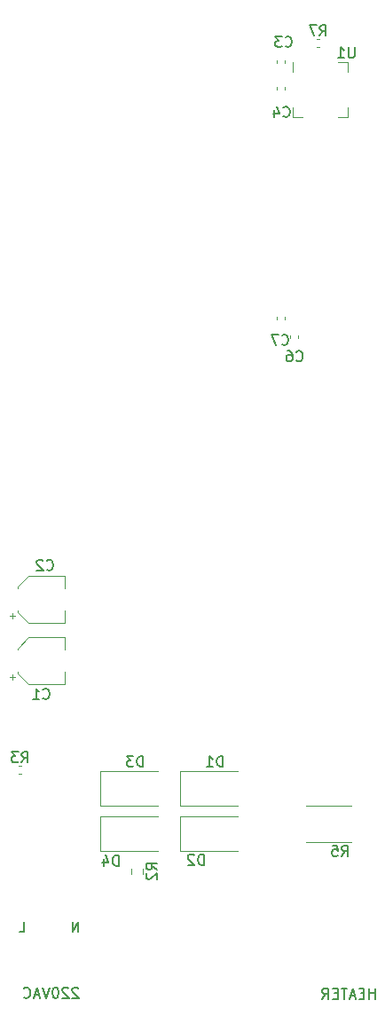
<source format=gbr>
%TF.GenerationSoftware,KiCad,Pcbnew,7.0.8*%
%TF.CreationDate,2024-01-30T16:00:28+08:00*%
%TF.ProjectId,esp32_temperature_controller,65737033-325f-4746-956d-706572617475,rev?*%
%TF.SameCoordinates,PX50e7ea0PY815a420*%
%TF.FileFunction,Legend,Bot*%
%TF.FilePolarity,Positive*%
%FSLAX46Y46*%
G04 Gerber Fmt 4.6, Leading zero omitted, Abs format (unit mm)*
G04 Created by KiCad (PCBNEW 7.0.8) date 2024-01-30 16:00:28*
%MOMM*%
%LPD*%
G01*
G04 APERTURE LIST*
%ADD10C,0.150000*%
%ADD11C,0.120000*%
G04 APERTURE END LIST*
D10*
X2967076Y6631781D02*
X3443266Y6631781D01*
X3443266Y6631781D02*
X3443266Y7631781D01*
X8615037Y1237343D02*
X8567418Y1284962D01*
X8567418Y1284962D02*
X8472180Y1332581D01*
X8472180Y1332581D02*
X8234085Y1332581D01*
X8234085Y1332581D02*
X8138847Y1284962D01*
X8138847Y1284962D02*
X8091228Y1237343D01*
X8091228Y1237343D02*
X8043609Y1142105D01*
X8043609Y1142105D02*
X8043609Y1046867D01*
X8043609Y1046867D02*
X8091228Y904010D01*
X8091228Y904010D02*
X8662656Y332581D01*
X8662656Y332581D02*
X8043609Y332581D01*
X7662656Y1237343D02*
X7615037Y1284962D01*
X7615037Y1284962D02*
X7519799Y1332581D01*
X7519799Y1332581D02*
X7281704Y1332581D01*
X7281704Y1332581D02*
X7186466Y1284962D01*
X7186466Y1284962D02*
X7138847Y1237343D01*
X7138847Y1237343D02*
X7091228Y1142105D01*
X7091228Y1142105D02*
X7091228Y1046867D01*
X7091228Y1046867D02*
X7138847Y904010D01*
X7138847Y904010D02*
X7710275Y332581D01*
X7710275Y332581D02*
X7091228Y332581D01*
X6472180Y1332581D02*
X6376942Y1332581D01*
X6376942Y1332581D02*
X6281704Y1284962D01*
X6281704Y1284962D02*
X6234085Y1237343D01*
X6234085Y1237343D02*
X6186466Y1142105D01*
X6186466Y1142105D02*
X6138847Y951629D01*
X6138847Y951629D02*
X6138847Y713534D01*
X6138847Y713534D02*
X6186466Y523058D01*
X6186466Y523058D02*
X6234085Y427820D01*
X6234085Y427820D02*
X6281704Y380200D01*
X6281704Y380200D02*
X6376942Y332581D01*
X6376942Y332581D02*
X6472180Y332581D01*
X6472180Y332581D02*
X6567418Y380200D01*
X6567418Y380200D02*
X6615037Y427820D01*
X6615037Y427820D02*
X6662656Y523058D01*
X6662656Y523058D02*
X6710275Y713534D01*
X6710275Y713534D02*
X6710275Y951629D01*
X6710275Y951629D02*
X6662656Y1142105D01*
X6662656Y1142105D02*
X6615037Y1237343D01*
X6615037Y1237343D02*
X6567418Y1284962D01*
X6567418Y1284962D02*
X6472180Y1332581D01*
X5853132Y1332581D02*
X5519799Y332581D01*
X5519799Y332581D02*
X5186466Y1332581D01*
X4900751Y618296D02*
X4424561Y618296D01*
X4995989Y332581D02*
X4662656Y1332581D01*
X4662656Y1332581D02*
X4329323Y332581D01*
X3424561Y427820D02*
X3472180Y380200D01*
X3472180Y380200D02*
X3615037Y332581D01*
X3615037Y332581D02*
X3710275Y332581D01*
X3710275Y332581D02*
X3853132Y380200D01*
X3853132Y380200D02*
X3948370Y475439D01*
X3948370Y475439D02*
X3995989Y570677D01*
X3995989Y570677D02*
X4043608Y761153D01*
X4043608Y761153D02*
X4043608Y904010D01*
X4043608Y904010D02*
X3995989Y1094486D01*
X3995989Y1094486D02*
X3948370Y1189724D01*
X3948370Y1189724D02*
X3853132Y1284962D01*
X3853132Y1284962D02*
X3710275Y1332581D01*
X3710275Y1332581D02*
X3615037Y1332581D01*
X3615037Y1332581D02*
X3472180Y1284962D01*
X3472180Y1284962D02*
X3424561Y1237343D01*
X8616913Y6631781D02*
X8616913Y7631781D01*
X8616913Y7631781D02*
X8045485Y6631781D01*
X8045485Y6631781D02*
X8045485Y7631781D01*
X36942399Y256381D02*
X36942399Y1256381D01*
X36942399Y780191D02*
X36370971Y780191D01*
X36370971Y256381D02*
X36370971Y1256381D01*
X35894780Y780191D02*
X35561447Y780191D01*
X35418590Y256381D02*
X35894780Y256381D01*
X35894780Y256381D02*
X35894780Y1256381D01*
X35894780Y1256381D02*
X35418590Y1256381D01*
X35037637Y542096D02*
X34561447Y542096D01*
X35132875Y256381D02*
X34799542Y1256381D01*
X34799542Y1256381D02*
X34466209Y256381D01*
X34275732Y1256381D02*
X33704304Y1256381D01*
X33990018Y256381D02*
X33990018Y1256381D01*
X33370970Y780191D02*
X33037637Y780191D01*
X32894780Y256381D02*
X33370970Y256381D01*
X33370970Y256381D02*
X33370970Y1256381D01*
X33370970Y1256381D02*
X32894780Y1256381D01*
X31894780Y256381D02*
X32228113Y732572D01*
X32466208Y256381D02*
X32466208Y1256381D01*
X32466208Y1256381D02*
X32085256Y1256381D01*
X32085256Y1256381D02*
X31990018Y1208762D01*
X31990018Y1208762D02*
X31942399Y1161143D01*
X31942399Y1161143D02*
X31894780Y1065905D01*
X31894780Y1065905D02*
X31894780Y923048D01*
X31894780Y923048D02*
X31942399Y827810D01*
X31942399Y827810D02*
X31990018Y780191D01*
X31990018Y780191D02*
X32085256Y732572D01*
X32085256Y732572D02*
X32466208Y732572D01*
X33780666Y13881181D02*
X34113999Y14357372D01*
X34352094Y13881181D02*
X34352094Y14881181D01*
X34352094Y14881181D02*
X33971142Y14881181D01*
X33971142Y14881181D02*
X33875904Y14833562D01*
X33875904Y14833562D02*
X33828285Y14785943D01*
X33828285Y14785943D02*
X33780666Y14690705D01*
X33780666Y14690705D02*
X33780666Y14547848D01*
X33780666Y14547848D02*
X33828285Y14452610D01*
X33828285Y14452610D02*
X33875904Y14404991D01*
X33875904Y14404991D02*
X33971142Y14357372D01*
X33971142Y14357372D02*
X34352094Y14357372D01*
X32875904Y14881181D02*
X33352094Y14881181D01*
X33352094Y14881181D02*
X33399713Y14404991D01*
X33399713Y14404991D02*
X33352094Y14452610D01*
X33352094Y14452610D02*
X33256856Y14500229D01*
X33256856Y14500229D02*
X33018761Y14500229D01*
X33018761Y14500229D02*
X32923523Y14452610D01*
X32923523Y14452610D02*
X32875904Y14404991D01*
X32875904Y14404991D02*
X32828285Y14309753D01*
X32828285Y14309753D02*
X32828285Y14071658D01*
X32828285Y14071658D02*
X32875904Y13976420D01*
X32875904Y13976420D02*
X32923523Y13928800D01*
X32923523Y13928800D02*
X33018761Y13881181D01*
X33018761Y13881181D02*
X33256856Y13881181D01*
X33256856Y13881181D02*
X33352094Y13928800D01*
X33352094Y13928800D02*
X33399713Y13976420D01*
X29430666Y61176420D02*
X29478285Y61128800D01*
X29478285Y61128800D02*
X29621142Y61081181D01*
X29621142Y61081181D02*
X29716380Y61081181D01*
X29716380Y61081181D02*
X29859237Y61128800D01*
X29859237Y61128800D02*
X29954475Y61224039D01*
X29954475Y61224039D02*
X30002094Y61319277D01*
X30002094Y61319277D02*
X30049713Y61509753D01*
X30049713Y61509753D02*
X30049713Y61652610D01*
X30049713Y61652610D02*
X30002094Y61843086D01*
X30002094Y61843086D02*
X29954475Y61938324D01*
X29954475Y61938324D02*
X29859237Y62033562D01*
X29859237Y62033562D02*
X29716380Y62081181D01*
X29716380Y62081181D02*
X29621142Y62081181D01*
X29621142Y62081181D02*
X29478285Y62033562D01*
X29478285Y62033562D02*
X29430666Y61985943D01*
X28573523Y62081181D02*
X28763999Y62081181D01*
X28763999Y62081181D02*
X28859237Y62033562D01*
X28859237Y62033562D02*
X28906856Y61985943D01*
X28906856Y61985943D02*
X29002094Y61843086D01*
X29002094Y61843086D02*
X29049713Y61652610D01*
X29049713Y61652610D02*
X29049713Y61271658D01*
X29049713Y61271658D02*
X29002094Y61176420D01*
X29002094Y61176420D02*
X28954475Y61128800D01*
X28954475Y61128800D02*
X28859237Y61081181D01*
X28859237Y61081181D02*
X28668761Y61081181D01*
X28668761Y61081181D02*
X28573523Y61128800D01*
X28573523Y61128800D02*
X28525904Y61176420D01*
X28525904Y61176420D02*
X28478285Y61271658D01*
X28478285Y61271658D02*
X28478285Y61509753D01*
X28478285Y61509753D02*
X28525904Y61604991D01*
X28525904Y61604991D02*
X28573523Y61652610D01*
X28573523Y61652610D02*
X28668761Y61700229D01*
X28668761Y61700229D02*
X28859237Y61700229D01*
X28859237Y61700229D02*
X28954475Y61652610D01*
X28954475Y61652610D02*
X29002094Y61604991D01*
X29002094Y61604991D02*
X29049713Y61509753D01*
X28030666Y62726420D02*
X28078285Y62678800D01*
X28078285Y62678800D02*
X28221142Y62631181D01*
X28221142Y62631181D02*
X28316380Y62631181D01*
X28316380Y62631181D02*
X28459237Y62678800D01*
X28459237Y62678800D02*
X28554475Y62774039D01*
X28554475Y62774039D02*
X28602094Y62869277D01*
X28602094Y62869277D02*
X28649713Y63059753D01*
X28649713Y63059753D02*
X28649713Y63202610D01*
X28649713Y63202610D02*
X28602094Y63393086D01*
X28602094Y63393086D02*
X28554475Y63488324D01*
X28554475Y63488324D02*
X28459237Y63583562D01*
X28459237Y63583562D02*
X28316380Y63631181D01*
X28316380Y63631181D02*
X28221142Y63631181D01*
X28221142Y63631181D02*
X28078285Y63583562D01*
X28078285Y63583562D02*
X28030666Y63535943D01*
X27697332Y63631181D02*
X27030666Y63631181D01*
X27030666Y63631181D02*
X27459237Y62631181D01*
X31662666Y92155181D02*
X31995999Y92631372D01*
X32234094Y92155181D02*
X32234094Y93155181D01*
X32234094Y93155181D02*
X31853142Y93155181D01*
X31853142Y93155181D02*
X31757904Y93107562D01*
X31757904Y93107562D02*
X31710285Y93059943D01*
X31710285Y93059943D02*
X31662666Y92964705D01*
X31662666Y92964705D02*
X31662666Y92821848D01*
X31662666Y92821848D02*
X31710285Y92726610D01*
X31710285Y92726610D02*
X31757904Y92678991D01*
X31757904Y92678991D02*
X31853142Y92631372D01*
X31853142Y92631372D02*
X32234094Y92631372D01*
X31329332Y93155181D02*
X30662666Y93155181D01*
X30662666Y93155181D02*
X31091237Y92155181D01*
X12447494Y12956381D02*
X12447494Y13956381D01*
X12447494Y13956381D02*
X12209399Y13956381D01*
X12209399Y13956381D02*
X12066542Y13908762D01*
X12066542Y13908762D02*
X11971304Y13813524D01*
X11971304Y13813524D02*
X11923685Y13718286D01*
X11923685Y13718286D02*
X11876066Y13527810D01*
X11876066Y13527810D02*
X11876066Y13384953D01*
X11876066Y13384953D02*
X11923685Y13194477D01*
X11923685Y13194477D02*
X11971304Y13099239D01*
X11971304Y13099239D02*
X12066542Y13004000D01*
X12066542Y13004000D02*
X12209399Y12956381D01*
X12209399Y12956381D02*
X12447494Y12956381D01*
X11018923Y13623048D02*
X11018923Y12956381D01*
X11257018Y14004000D02*
X11495113Y13289715D01*
X11495113Y13289715D02*
X10876066Y13289715D01*
X5602266Y41245620D02*
X5649885Y41198000D01*
X5649885Y41198000D02*
X5792742Y41150381D01*
X5792742Y41150381D02*
X5887980Y41150381D01*
X5887980Y41150381D02*
X6030837Y41198000D01*
X6030837Y41198000D02*
X6126075Y41293239D01*
X6126075Y41293239D02*
X6173694Y41388477D01*
X6173694Y41388477D02*
X6221313Y41578953D01*
X6221313Y41578953D02*
X6221313Y41721810D01*
X6221313Y41721810D02*
X6173694Y41912286D01*
X6173694Y41912286D02*
X6126075Y42007524D01*
X6126075Y42007524D02*
X6030837Y42102762D01*
X6030837Y42102762D02*
X5887980Y42150381D01*
X5887980Y42150381D02*
X5792742Y42150381D01*
X5792742Y42150381D02*
X5649885Y42102762D01*
X5649885Y42102762D02*
X5602266Y42055143D01*
X5221313Y42055143D02*
X5173694Y42102762D01*
X5173694Y42102762D02*
X5078456Y42150381D01*
X5078456Y42150381D02*
X4840361Y42150381D01*
X4840361Y42150381D02*
X4745123Y42102762D01*
X4745123Y42102762D02*
X4697504Y42055143D01*
X4697504Y42055143D02*
X4649885Y41959905D01*
X4649885Y41959905D02*
X4649885Y41864667D01*
X4649885Y41864667D02*
X4697504Y41721810D01*
X4697504Y41721810D02*
X5268932Y41150381D01*
X5268932Y41150381D02*
X4649885Y41150381D01*
X14784294Y22405181D02*
X14784294Y23405181D01*
X14784294Y23405181D02*
X14546199Y23405181D01*
X14546199Y23405181D02*
X14403342Y23357562D01*
X14403342Y23357562D02*
X14308104Y23262324D01*
X14308104Y23262324D02*
X14260485Y23167086D01*
X14260485Y23167086D02*
X14212866Y22976610D01*
X14212866Y22976610D02*
X14212866Y22833753D01*
X14212866Y22833753D02*
X14260485Y22643277D01*
X14260485Y22643277D02*
X14308104Y22548039D01*
X14308104Y22548039D02*
X14403342Y22452800D01*
X14403342Y22452800D02*
X14546199Y22405181D01*
X14546199Y22405181D02*
X14784294Y22405181D01*
X13879532Y23405181D02*
X13260485Y23405181D01*
X13260485Y23405181D02*
X13593818Y23024229D01*
X13593818Y23024229D02*
X13450961Y23024229D01*
X13450961Y23024229D02*
X13355723Y22976610D01*
X13355723Y22976610D02*
X13308104Y22928991D01*
X13308104Y22928991D02*
X13260485Y22833753D01*
X13260485Y22833753D02*
X13260485Y22595658D01*
X13260485Y22595658D02*
X13308104Y22500420D01*
X13308104Y22500420D02*
X13355723Y22452800D01*
X13355723Y22452800D02*
X13450961Y22405181D01*
X13450961Y22405181D02*
X13736675Y22405181D01*
X13736675Y22405181D02*
X13831913Y22452800D01*
X13831913Y22452800D02*
X13879532Y22500420D01*
X34975904Y91031181D02*
X34975904Y90221658D01*
X34975904Y90221658D02*
X34928285Y90126420D01*
X34928285Y90126420D02*
X34880666Y90078800D01*
X34880666Y90078800D02*
X34785428Y90031181D01*
X34785428Y90031181D02*
X34594952Y90031181D01*
X34594952Y90031181D02*
X34499714Y90078800D01*
X34499714Y90078800D02*
X34452095Y90126420D01*
X34452095Y90126420D02*
X34404476Y90221658D01*
X34404476Y90221658D02*
X34404476Y91031181D01*
X33404476Y90031181D02*
X33975904Y90031181D01*
X33690190Y90031181D02*
X33690190Y91031181D01*
X33690190Y91031181D02*
X33785428Y90888324D01*
X33785428Y90888324D02*
X33880666Y90793086D01*
X33880666Y90793086D02*
X33975904Y90745467D01*
X28180666Y84476420D02*
X28228285Y84428800D01*
X28228285Y84428800D02*
X28371142Y84381181D01*
X28371142Y84381181D02*
X28466380Y84381181D01*
X28466380Y84381181D02*
X28609237Y84428800D01*
X28609237Y84428800D02*
X28704475Y84524039D01*
X28704475Y84524039D02*
X28752094Y84619277D01*
X28752094Y84619277D02*
X28799713Y84809753D01*
X28799713Y84809753D02*
X28799713Y84952610D01*
X28799713Y84952610D02*
X28752094Y85143086D01*
X28752094Y85143086D02*
X28704475Y85238324D01*
X28704475Y85238324D02*
X28609237Y85333562D01*
X28609237Y85333562D02*
X28466380Y85381181D01*
X28466380Y85381181D02*
X28371142Y85381181D01*
X28371142Y85381181D02*
X28228285Y85333562D01*
X28228285Y85333562D02*
X28180666Y85285943D01*
X27323523Y85047848D02*
X27323523Y84381181D01*
X27561618Y85428800D02*
X27799713Y84714515D01*
X27799713Y84714515D02*
X27180666Y84714515D01*
X20600894Y13032581D02*
X20600894Y14032581D01*
X20600894Y14032581D02*
X20362799Y14032581D01*
X20362799Y14032581D02*
X20219942Y13984962D01*
X20219942Y13984962D02*
X20124704Y13889724D01*
X20124704Y13889724D02*
X20077085Y13794486D01*
X20077085Y13794486D02*
X20029466Y13604010D01*
X20029466Y13604010D02*
X20029466Y13461153D01*
X20029466Y13461153D02*
X20077085Y13270677D01*
X20077085Y13270677D02*
X20124704Y13175439D01*
X20124704Y13175439D02*
X20219942Y13080200D01*
X20219942Y13080200D02*
X20362799Y13032581D01*
X20362799Y13032581D02*
X20600894Y13032581D01*
X19648513Y13937343D02*
X19600894Y13984962D01*
X19600894Y13984962D02*
X19505656Y14032581D01*
X19505656Y14032581D02*
X19267561Y14032581D01*
X19267561Y14032581D02*
X19172323Y13984962D01*
X19172323Y13984962D02*
X19124704Y13937343D01*
X19124704Y13937343D02*
X19077085Y13842105D01*
X19077085Y13842105D02*
X19077085Y13746867D01*
X19077085Y13746867D02*
X19124704Y13604010D01*
X19124704Y13604010D02*
X19696132Y13032581D01*
X19696132Y13032581D02*
X19077085Y13032581D01*
X16108819Y12612667D02*
X15632628Y12946000D01*
X16108819Y13184095D02*
X15108819Y13184095D01*
X15108819Y13184095D02*
X15108819Y12803143D01*
X15108819Y12803143D02*
X15156438Y12707905D01*
X15156438Y12707905D02*
X15204057Y12660286D01*
X15204057Y12660286D02*
X15299295Y12612667D01*
X15299295Y12612667D02*
X15442152Y12612667D01*
X15442152Y12612667D02*
X15537390Y12660286D01*
X15537390Y12660286D02*
X15585009Y12707905D01*
X15585009Y12707905D02*
X15632628Y12803143D01*
X15632628Y12803143D02*
X15632628Y13184095D01*
X15204057Y12231714D02*
X15156438Y12184095D01*
X15156438Y12184095D02*
X15108819Y12088857D01*
X15108819Y12088857D02*
X15108819Y11850762D01*
X15108819Y11850762D02*
X15156438Y11755524D01*
X15156438Y11755524D02*
X15204057Y11707905D01*
X15204057Y11707905D02*
X15299295Y11660286D01*
X15299295Y11660286D02*
X15394533Y11660286D01*
X15394533Y11660286D02*
X15537390Y11707905D01*
X15537390Y11707905D02*
X16108819Y12279333D01*
X16108819Y12279333D02*
X16108819Y11660286D01*
X5246666Y28952420D02*
X5294285Y28904800D01*
X5294285Y28904800D02*
X5437142Y28857181D01*
X5437142Y28857181D02*
X5532380Y28857181D01*
X5532380Y28857181D02*
X5675237Y28904800D01*
X5675237Y28904800D02*
X5770475Y29000039D01*
X5770475Y29000039D02*
X5818094Y29095277D01*
X5818094Y29095277D02*
X5865713Y29285753D01*
X5865713Y29285753D02*
X5865713Y29428610D01*
X5865713Y29428610D02*
X5818094Y29619086D01*
X5818094Y29619086D02*
X5770475Y29714324D01*
X5770475Y29714324D02*
X5675237Y29809562D01*
X5675237Y29809562D02*
X5532380Y29857181D01*
X5532380Y29857181D02*
X5437142Y29857181D01*
X5437142Y29857181D02*
X5294285Y29809562D01*
X5294285Y29809562D02*
X5246666Y29761943D01*
X4294285Y28857181D02*
X4865713Y28857181D01*
X4579999Y28857181D02*
X4579999Y29857181D01*
X4579999Y29857181D02*
X4675237Y29714324D01*
X4675237Y29714324D02*
X4770475Y29619086D01*
X4770475Y29619086D02*
X4865713Y29571467D01*
X28380666Y91176420D02*
X28428285Y91128800D01*
X28428285Y91128800D02*
X28571142Y91081181D01*
X28571142Y91081181D02*
X28666380Y91081181D01*
X28666380Y91081181D02*
X28809237Y91128800D01*
X28809237Y91128800D02*
X28904475Y91224039D01*
X28904475Y91224039D02*
X28952094Y91319277D01*
X28952094Y91319277D02*
X28999713Y91509753D01*
X28999713Y91509753D02*
X28999713Y91652610D01*
X28999713Y91652610D02*
X28952094Y91843086D01*
X28952094Y91843086D02*
X28904475Y91938324D01*
X28904475Y91938324D02*
X28809237Y92033562D01*
X28809237Y92033562D02*
X28666380Y92081181D01*
X28666380Y92081181D02*
X28571142Y92081181D01*
X28571142Y92081181D02*
X28428285Y92033562D01*
X28428285Y92033562D02*
X28380666Y91985943D01*
X28047332Y92081181D02*
X27428285Y92081181D01*
X27428285Y92081181D02*
X27761618Y91700229D01*
X27761618Y91700229D02*
X27618761Y91700229D01*
X27618761Y91700229D02*
X27523523Y91652610D01*
X27523523Y91652610D02*
X27475904Y91604991D01*
X27475904Y91604991D02*
X27428285Y91509753D01*
X27428285Y91509753D02*
X27428285Y91271658D01*
X27428285Y91271658D02*
X27475904Y91176420D01*
X27475904Y91176420D02*
X27523523Y91128800D01*
X27523523Y91128800D02*
X27618761Y91081181D01*
X27618761Y91081181D02*
X27904475Y91081181D01*
X27904475Y91081181D02*
X27999713Y91128800D01*
X27999713Y91128800D02*
X28047332Y91176420D01*
X22404294Y22405181D02*
X22404294Y23405181D01*
X22404294Y23405181D02*
X22166199Y23405181D01*
X22166199Y23405181D02*
X22023342Y23357562D01*
X22023342Y23357562D02*
X21928104Y23262324D01*
X21928104Y23262324D02*
X21880485Y23167086D01*
X21880485Y23167086D02*
X21832866Y22976610D01*
X21832866Y22976610D02*
X21832866Y22833753D01*
X21832866Y22833753D02*
X21880485Y22643277D01*
X21880485Y22643277D02*
X21928104Y22548039D01*
X21928104Y22548039D02*
X22023342Y22452800D01*
X22023342Y22452800D02*
X22166199Y22405181D01*
X22166199Y22405181D02*
X22404294Y22405181D01*
X20880485Y22405181D02*
X21451913Y22405181D01*
X21166199Y22405181D02*
X21166199Y23405181D01*
X21166199Y23405181D02*
X21261437Y23262324D01*
X21261437Y23262324D02*
X21356675Y23167086D01*
X21356675Y23167086D02*
X21451913Y23119467D01*
X3214666Y22813181D02*
X3547999Y23289372D01*
X3786094Y22813181D02*
X3786094Y23813181D01*
X3786094Y23813181D02*
X3405142Y23813181D01*
X3405142Y23813181D02*
X3309904Y23765562D01*
X3309904Y23765562D02*
X3262285Y23717943D01*
X3262285Y23717943D02*
X3214666Y23622705D01*
X3214666Y23622705D02*
X3214666Y23479848D01*
X3214666Y23479848D02*
X3262285Y23384610D01*
X3262285Y23384610D02*
X3309904Y23336991D01*
X3309904Y23336991D02*
X3405142Y23289372D01*
X3405142Y23289372D02*
X3786094Y23289372D01*
X2881332Y23813181D02*
X2262285Y23813181D01*
X2262285Y23813181D02*
X2595618Y23432229D01*
X2595618Y23432229D02*
X2452761Y23432229D01*
X2452761Y23432229D02*
X2357523Y23384610D01*
X2357523Y23384610D02*
X2309904Y23336991D01*
X2309904Y23336991D02*
X2262285Y23241753D01*
X2262285Y23241753D02*
X2262285Y23003658D01*
X2262285Y23003658D02*
X2309904Y22908420D01*
X2309904Y22908420D02*
X2357523Y22860800D01*
X2357523Y22860800D02*
X2452761Y22813181D01*
X2452761Y22813181D02*
X2738475Y22813181D01*
X2738475Y22813181D02*
X2833713Y22860800D01*
X2833713Y22860800D02*
X2881332Y22908420D01*
D11*
%TO.C,R5*%
X30336936Y18646000D02*
X34691064Y18646000D01*
X30336936Y15226000D02*
X34691064Y15226000D01*
%TO.C,C6*%
X28850000Y63324665D02*
X28850000Y63556335D01*
X29570000Y63324665D02*
X29570000Y63556335D01*
%TO.C,C7*%
X27580000Y65102665D02*
X27580000Y65334335D01*
X28300000Y65102665D02*
X28300000Y65334335D01*
%TO.C,R7*%
X31663621Y91060000D02*
X31328379Y91060000D01*
X31663621Y91820000D02*
X31328379Y91820000D01*
%TO.C,D4*%
X10714000Y17652000D02*
X16224000Y17652000D01*
X10714000Y14352000D02*
X10714000Y17652000D01*
X10714000Y14352000D02*
X16224000Y14352000D01*
%TO.C,C2*%
X2080000Y36802000D02*
X2580000Y36802000D01*
X2330000Y36552000D02*
X2330000Y37052000D01*
X2820000Y39557563D02*
X2820000Y39422000D01*
X2820000Y39557563D02*
X3884437Y40622000D01*
X2820000Y37166437D02*
X2820000Y37302000D01*
X2820000Y37166437D02*
X3884437Y36102000D01*
X3884437Y40622000D02*
X7340000Y40622000D01*
X3884437Y36102000D02*
X7340000Y36102000D01*
X7340000Y40622000D02*
X7340000Y39422000D01*
X7340000Y36102000D02*
X7340000Y37302000D01*
%TO.C,D3*%
X10714000Y21970000D02*
X16224000Y21970000D01*
X10714000Y18670000D02*
X10714000Y21970000D01*
X10714000Y18670000D02*
X16224000Y18670000D01*
%TO.C,U1*%
X34330000Y89629500D02*
X33430000Y89629500D01*
X34330000Y88729500D02*
X34330000Y89629500D01*
X29110000Y88729500D02*
X29110000Y89629500D01*
X34330000Y85309500D02*
X34330000Y84409500D01*
X29110000Y85309500D02*
X29110000Y84409500D01*
X34330000Y84409500D02*
X33430000Y84409500D01*
X29110000Y84409500D02*
X30010000Y84409500D01*
%TO.C,C4*%
X27580000Y87006165D02*
X27580000Y87237835D01*
X28300000Y87006165D02*
X28300000Y87237835D01*
%TO.C,D2*%
X18334000Y17652000D02*
X23844000Y17652000D01*
X18334000Y14352000D02*
X18334000Y17652000D01*
X18334000Y14352000D02*
X23844000Y14352000D01*
%TO.C,R2*%
X13701500Y12191276D02*
X13701500Y12700724D01*
X14746500Y12191276D02*
X14746500Y12700724D01*
%TO.C,C1*%
X2080000Y30952000D02*
X2580000Y30952000D01*
X2330000Y30702000D02*
X2330000Y31202000D01*
X2820000Y33707563D02*
X2820000Y33572000D01*
X2820000Y33707563D02*
X3884437Y34772000D01*
X2820000Y31316437D02*
X2820000Y31452000D01*
X2820000Y31316437D02*
X3884437Y30252000D01*
X3884437Y34772000D02*
X7340000Y34772000D01*
X3884437Y30252000D02*
X7340000Y30252000D01*
X7340000Y34772000D02*
X7340000Y33572000D01*
X7340000Y30252000D02*
X7340000Y31452000D01*
%TO.C,C3*%
X28300000Y89777835D02*
X28300000Y89546165D01*
X27580000Y89777835D02*
X27580000Y89546165D01*
%TO.C,D1*%
X18334000Y21970000D02*
X23844000Y21970000D01*
X18334000Y18670000D02*
X18334000Y21970000D01*
X18334000Y18670000D02*
X23844000Y18670000D01*
%TO.C,R3*%
X3215621Y21718000D02*
X2880379Y21718000D01*
X3215621Y22478000D02*
X2880379Y22478000D01*
%TD*%
M02*

</source>
